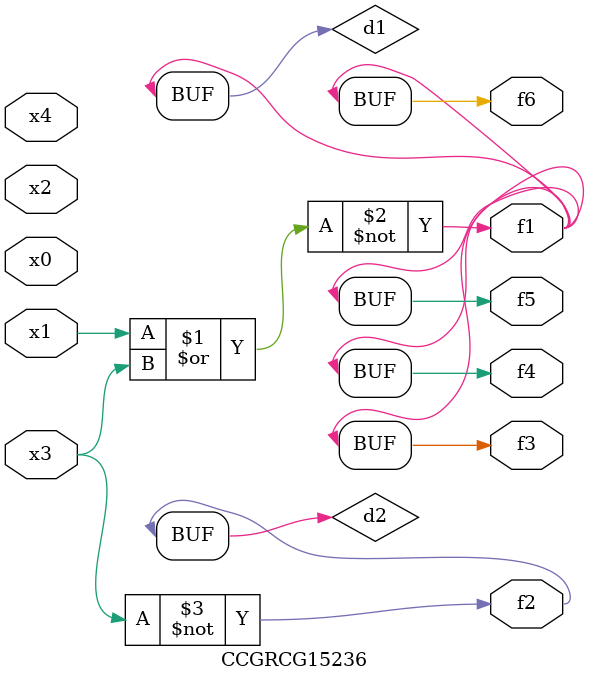
<source format=v>
module CCGRCG15236(
	input x0, x1, x2, x3, x4,
	output f1, f2, f3, f4, f5, f6
);

	wire d1, d2;

	nor (d1, x1, x3);
	not (d2, x3);
	assign f1 = d1;
	assign f2 = d2;
	assign f3 = d1;
	assign f4 = d1;
	assign f5 = d1;
	assign f6 = d1;
endmodule

</source>
